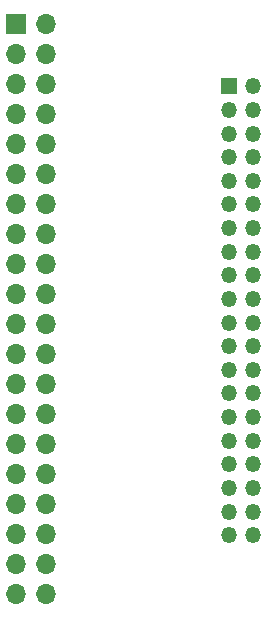
<source format=gbr>
%TF.GenerationSoftware,KiCad,Pcbnew,7.0.7*%
%TF.CreationDate,2023-09-14T14:18:27+01:00*%
%TF.ProjectId,2.00mm-2.54mm Adapter,322e3030-6d6d-42d3-922e-35346d6d2041,rev?*%
%TF.SameCoordinates,Original*%
%TF.FileFunction,Copper,L2,Bot*%
%TF.FilePolarity,Positive*%
%FSLAX46Y46*%
G04 Gerber Fmt 4.6, Leading zero omitted, Abs format (unit mm)*
G04 Created by KiCad (PCBNEW 7.0.7) date 2023-09-14 14:18:27*
%MOMM*%
%LPD*%
G01*
G04 APERTURE LIST*
%TA.AperFunction,ComponentPad*%
%ADD10R,1.700000X1.700000*%
%TD*%
%TA.AperFunction,ComponentPad*%
%ADD11O,1.700000X1.700000*%
%TD*%
%TA.AperFunction,ComponentPad*%
%ADD12R,1.350000X1.350000*%
%TD*%
%TA.AperFunction,ComponentPad*%
%ADD13O,1.350000X1.350000*%
%TD*%
G04 APERTURE END LIST*
D10*
%TO.P,J102,1,Pin_1*%
%TO.N,/L1*%
X121000000Y-71740000D03*
D11*
%TO.P,J102,2,Pin_2*%
%TO.N,/R1*%
X123540000Y-71740000D03*
%TO.P,J102,3,Pin_3*%
%TO.N,/L2*%
X121000000Y-74280000D03*
%TO.P,J102,4,Pin_4*%
%TO.N,/R2*%
X123540000Y-74280000D03*
%TO.P,J102,5,Pin_5*%
%TO.N,/L3*%
X121000000Y-76820000D03*
%TO.P,J102,6,Pin_6*%
%TO.N,/R3*%
X123540000Y-76820000D03*
%TO.P,J102,7,Pin_7*%
%TO.N,/L4*%
X121000000Y-79360000D03*
%TO.P,J102,8,Pin_8*%
%TO.N,/R4*%
X123540000Y-79360000D03*
%TO.P,J102,9,Pin_9*%
%TO.N,/L5*%
X121000000Y-81900000D03*
%TO.P,J102,10,Pin_10*%
%TO.N,/R5*%
X123540000Y-81900000D03*
%TO.P,J102,11,Pin_11*%
%TO.N,/L6*%
X121000000Y-84440000D03*
%TO.P,J102,12,Pin_12*%
%TO.N,/R6*%
X123540000Y-84440000D03*
%TO.P,J102,13,Pin_13*%
%TO.N,/L7*%
X121000000Y-86980000D03*
%TO.P,J102,14,Pin_14*%
%TO.N,/R7*%
X123540000Y-86980000D03*
%TO.P,J102,15,Pin_15*%
%TO.N,/L8*%
X121000000Y-89520000D03*
%TO.P,J102,16,Pin_16*%
%TO.N,/R8*%
X123540000Y-89520000D03*
%TO.P,J102,17,Pin_17*%
%TO.N,/L9*%
X121000000Y-92060000D03*
%TO.P,J102,18,Pin_18*%
%TO.N,/R9*%
X123540000Y-92060000D03*
%TO.P,J102,19,Pin_19*%
%TO.N,/L10*%
X121000000Y-94600000D03*
%TO.P,J102,20,Pin_20*%
%TO.N,/R10*%
X123540000Y-94600000D03*
%TO.P,J102,21,Pin_21*%
%TO.N,/L11*%
X121000000Y-97140000D03*
%TO.P,J102,22,Pin_22*%
%TO.N,/R11*%
X123540000Y-97140000D03*
%TO.P,J102,23,Pin_23*%
%TO.N,/L12*%
X121000000Y-99680000D03*
%TO.P,J102,24,Pin_24*%
%TO.N,/R12*%
X123540000Y-99680000D03*
%TO.P,J102,25,Pin_25*%
%TO.N,/L13*%
X121000000Y-102220000D03*
%TO.P,J102,26,Pin_26*%
%TO.N,/R13*%
X123540000Y-102220000D03*
%TO.P,J102,27,Pin_27*%
%TO.N,/L14*%
X121000000Y-104760000D03*
%TO.P,J102,28,Pin_28*%
%TO.N,/R14*%
X123540000Y-104760000D03*
%TO.P,J102,29,Pin_29*%
%TO.N,/L15*%
X121000000Y-107300000D03*
%TO.P,J102,30,Pin_30*%
%TO.N,/R15*%
X123540000Y-107300000D03*
%TO.P,J102,31,Pin_31*%
%TO.N,/L16*%
X121000000Y-109840000D03*
%TO.P,J102,32,Pin_32*%
%TO.N,/R16*%
X123540000Y-109840000D03*
%TO.P,J102,33,Pin_33*%
%TO.N,/L17*%
X121000000Y-112380000D03*
%TO.P,J102,34,Pin_34*%
%TO.N,/R17*%
X123540000Y-112380000D03*
%TO.P,J102,35,Pin_35*%
%TO.N,/L18*%
X121000000Y-114920000D03*
%TO.P,J102,36,Pin_36*%
%TO.N,/R18*%
X123540000Y-114920000D03*
%TO.P,J102,37,Pin_37*%
%TO.N,/L19*%
X121000000Y-117460000D03*
%TO.P,J102,38,Pin_38*%
%TO.N,/R19*%
X123540000Y-117460000D03*
%TO.P,J102,39,Pin_39*%
%TO.N,/L20*%
X121000000Y-120000000D03*
%TO.P,J102,40,Pin_40*%
%TO.N,/R20*%
X123540000Y-120000000D03*
%TD*%
D12*
%TO.P,J101,1,Pin_1*%
%TO.N,/L1*%
X139000000Y-77000000D03*
D13*
%TO.P,J101,2,Pin_2*%
%TO.N,/R1*%
X141000000Y-77000000D03*
%TO.P,J101,3,Pin_3*%
%TO.N,/L2*%
X139000000Y-79000000D03*
%TO.P,J101,4,Pin_4*%
%TO.N,/R2*%
X141000000Y-79000000D03*
%TO.P,J101,5,Pin_5*%
%TO.N,/L3*%
X139000000Y-81000000D03*
%TO.P,J101,6,Pin_6*%
%TO.N,/R3*%
X141000000Y-81000000D03*
%TO.P,J101,7,Pin_7*%
%TO.N,/L4*%
X139000000Y-83000000D03*
%TO.P,J101,8,Pin_8*%
%TO.N,/R4*%
X141000000Y-83000000D03*
%TO.P,J101,9,Pin_9*%
%TO.N,/L5*%
X139000000Y-85000000D03*
%TO.P,J101,10,Pin_10*%
%TO.N,/R5*%
X141000000Y-85000000D03*
%TO.P,J101,11,Pin_11*%
%TO.N,/L6*%
X139000000Y-87000000D03*
%TO.P,J101,12,Pin_12*%
%TO.N,/R6*%
X141000000Y-87000000D03*
%TO.P,J101,13,Pin_13*%
%TO.N,/L7*%
X139000000Y-89000000D03*
%TO.P,J101,14,Pin_14*%
%TO.N,/R7*%
X141000000Y-89000000D03*
%TO.P,J101,15,Pin_15*%
%TO.N,/L8*%
X139000000Y-91000000D03*
%TO.P,J101,16,Pin_16*%
%TO.N,/R8*%
X141000000Y-91000000D03*
%TO.P,J101,17,Pin_17*%
%TO.N,/L9*%
X139000000Y-93000000D03*
%TO.P,J101,18,Pin_18*%
%TO.N,/R9*%
X141000000Y-93000000D03*
%TO.P,J101,19,Pin_19*%
%TO.N,/L10*%
X139000000Y-95000000D03*
%TO.P,J101,20,Pin_20*%
%TO.N,/R10*%
X141000000Y-95000000D03*
%TO.P,J101,21,Pin_21*%
%TO.N,/L11*%
X139000000Y-97000000D03*
%TO.P,J101,22,Pin_22*%
%TO.N,/R11*%
X141000000Y-97000000D03*
%TO.P,J101,23,Pin_23*%
%TO.N,/L12*%
X139000000Y-99000000D03*
%TO.P,J101,24,Pin_24*%
%TO.N,/R12*%
X141000000Y-99000000D03*
%TO.P,J101,25,Pin_25*%
%TO.N,/L13*%
X139000000Y-101000000D03*
%TO.P,J101,26,Pin_26*%
%TO.N,/R13*%
X141000000Y-101000000D03*
%TO.P,J101,27,Pin_27*%
%TO.N,/L14*%
X139000000Y-103000000D03*
%TO.P,J101,28,Pin_28*%
%TO.N,/R14*%
X141000000Y-103000000D03*
%TO.P,J101,29,Pin_29*%
%TO.N,/L15*%
X139000000Y-105000000D03*
%TO.P,J101,30,Pin_30*%
%TO.N,/R15*%
X141000000Y-105000000D03*
%TO.P,J101,31,Pin_31*%
%TO.N,/L16*%
X139000000Y-107000000D03*
%TO.P,J101,32,Pin_32*%
%TO.N,/R16*%
X141000000Y-107000000D03*
%TO.P,J101,33,Pin_33*%
%TO.N,/L17*%
X139000000Y-109000000D03*
%TO.P,J101,34,Pin_34*%
%TO.N,/R17*%
X141000000Y-109000000D03*
%TO.P,J101,35,Pin_35*%
%TO.N,/L18*%
X139000000Y-111000000D03*
%TO.P,J101,36,Pin_36*%
%TO.N,/R18*%
X141000000Y-111000000D03*
%TO.P,J101,37,Pin_37*%
%TO.N,/L19*%
X139000000Y-113000000D03*
%TO.P,J101,38,Pin_38*%
%TO.N,/R19*%
X141000000Y-113000000D03*
%TO.P,J101,39,Pin_39*%
%TO.N,/L20*%
X139000000Y-115000000D03*
%TO.P,J101,40,Pin_40*%
%TO.N,/R20*%
X141000000Y-115000000D03*
%TD*%
M02*

</source>
